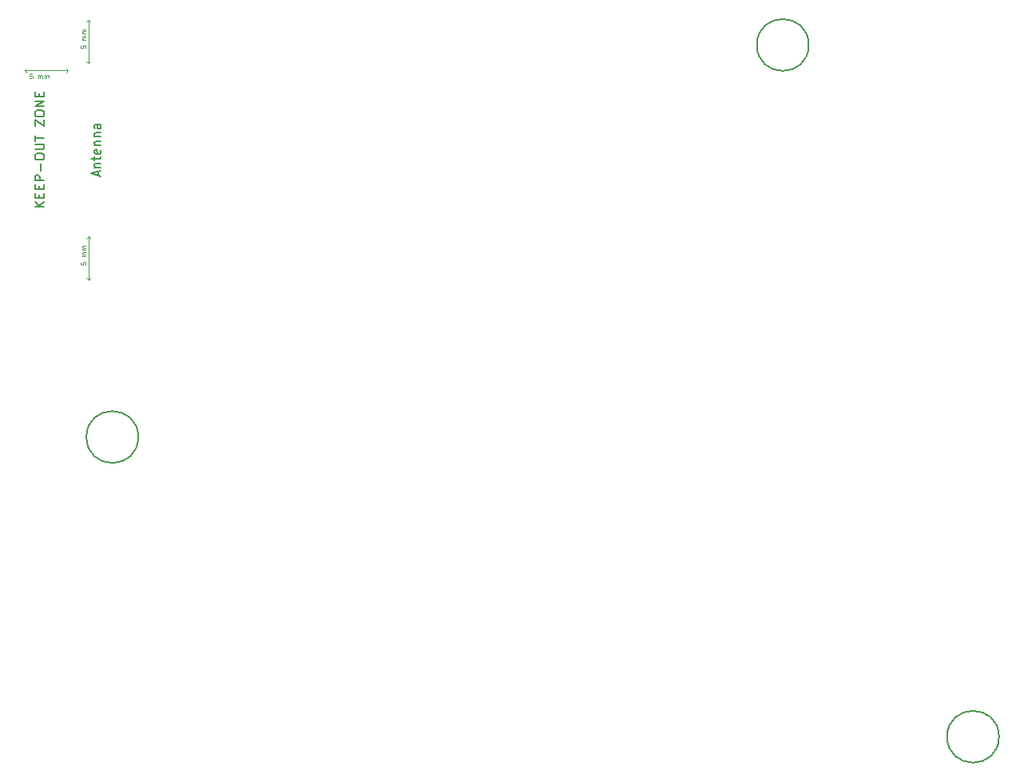
<source format=gbr>
%TF.GenerationSoftware,KiCad,Pcbnew,(6.0.4)*%
%TF.CreationDate,2022-05-20T17:10:54-05:00*%
%TF.ProjectId,Easyrun,45617379-7275-46e2-9e6b-696361645f70,rev?*%
%TF.SameCoordinates,Original*%
%TF.FileFunction,Other,Comment*%
%FSLAX46Y46*%
G04 Gerber Fmt 4.6, Leading zero omitted, Abs format (unit mm)*
G04 Created by KiCad (PCBNEW (6.0.4)) date 2022-05-20 17:10:54*
%MOMM*%
%LPD*%
G01*
G04 APERTURE LIST*
%ADD10C,0.150000*%
%ADD11C,0.100000*%
G04 APERTURE END LIST*
D10*
%TO.C,U1*%
X105388266Y-77483304D02*
X105388266Y-77007114D01*
X105673980Y-77578542D02*
X104673980Y-77245209D01*
X105673980Y-76911876D01*
X105007314Y-76578542D02*
X105673980Y-76578542D01*
X105102552Y-76578542D02*
X105054933Y-76530923D01*
X105007314Y-76435685D01*
X105007314Y-76292828D01*
X105054933Y-76197590D01*
X105150171Y-76149971D01*
X105673980Y-76149971D01*
X105007314Y-75816638D02*
X105007314Y-75435685D01*
X104673980Y-75673780D02*
X105531123Y-75673780D01*
X105626361Y-75626161D01*
X105673980Y-75530923D01*
X105673980Y-75435685D01*
X105626361Y-74721400D02*
X105673980Y-74816638D01*
X105673980Y-75007114D01*
X105626361Y-75102352D01*
X105531123Y-75149971D01*
X105150171Y-75149971D01*
X105054933Y-75102352D01*
X105007314Y-75007114D01*
X105007314Y-74816638D01*
X105054933Y-74721400D01*
X105150171Y-74673780D01*
X105245409Y-74673780D01*
X105340647Y-75149971D01*
X105007314Y-74245209D02*
X105673980Y-74245209D01*
X105102552Y-74245209D02*
X105054933Y-74197590D01*
X105007314Y-74102352D01*
X105007314Y-73959495D01*
X105054933Y-73864257D01*
X105150171Y-73816638D01*
X105673980Y-73816638D01*
X105007314Y-73340447D02*
X105673980Y-73340447D01*
X105102552Y-73340447D02*
X105054933Y-73292828D01*
X105007314Y-73197590D01*
X105007314Y-73054733D01*
X105054933Y-72959495D01*
X105150171Y-72911876D01*
X105673980Y-72911876D01*
X105673980Y-72007114D02*
X105150171Y-72007114D01*
X105054933Y-72054733D01*
X105007314Y-72149971D01*
X105007314Y-72340447D01*
X105054933Y-72435685D01*
X105626361Y-72007114D02*
X105673980Y-72102352D01*
X105673980Y-72340447D01*
X105626361Y-72435685D01*
X105531123Y-72483304D01*
X105435885Y-72483304D01*
X105340647Y-72435685D01*
X105293028Y-72340447D01*
X105293028Y-72102352D01*
X105245409Y-72007114D01*
D11*
X103572790Y-63659495D02*
X103572790Y-63897590D01*
X103810885Y-63921400D01*
X103787076Y-63897590D01*
X103763266Y-63849971D01*
X103763266Y-63730923D01*
X103787076Y-63683304D01*
X103810885Y-63659495D01*
X103858504Y-63635685D01*
X103977552Y-63635685D01*
X104025171Y-63659495D01*
X104048980Y-63683304D01*
X104072790Y-63730923D01*
X104072790Y-63849971D01*
X104048980Y-63897590D01*
X104025171Y-63921400D01*
X104072790Y-63040447D02*
X103739457Y-63040447D01*
X103787076Y-63040447D02*
X103763266Y-63016638D01*
X103739457Y-62969019D01*
X103739457Y-62897590D01*
X103763266Y-62849971D01*
X103810885Y-62826161D01*
X104072790Y-62826161D01*
X103810885Y-62826161D02*
X103763266Y-62802352D01*
X103739457Y-62754733D01*
X103739457Y-62683304D01*
X103763266Y-62635685D01*
X103810885Y-62611876D01*
X104072790Y-62611876D01*
X104072790Y-62373780D02*
X103739457Y-62373780D01*
X103787076Y-62373780D02*
X103763266Y-62349971D01*
X103739457Y-62302352D01*
X103739457Y-62230923D01*
X103763266Y-62183304D01*
X103810885Y-62159495D01*
X104072790Y-62159495D01*
X103810885Y-62159495D02*
X103763266Y-62135685D01*
X103739457Y-62088066D01*
X103739457Y-62016638D01*
X103763266Y-61969019D01*
X103810885Y-61945209D01*
X104072790Y-61945209D01*
D10*
X99673980Y-80792828D02*
X98673980Y-80792828D01*
X99673980Y-80221400D02*
X99102552Y-80649971D01*
X98673980Y-80221400D02*
X99245409Y-80792828D01*
X99150171Y-79792828D02*
X99150171Y-79459495D01*
X99673980Y-79316638D02*
X99673980Y-79792828D01*
X98673980Y-79792828D01*
X98673980Y-79316638D01*
X99150171Y-78888066D02*
X99150171Y-78554733D01*
X99673980Y-78411876D02*
X99673980Y-78888066D01*
X98673980Y-78888066D01*
X98673980Y-78411876D01*
X99673980Y-77983304D02*
X98673980Y-77983304D01*
X98673980Y-77602352D01*
X98721600Y-77507114D01*
X98769219Y-77459495D01*
X98864457Y-77411876D01*
X99007314Y-77411876D01*
X99102552Y-77459495D01*
X99150171Y-77507114D01*
X99197790Y-77602352D01*
X99197790Y-77983304D01*
X99293028Y-76983304D02*
X99293028Y-76221400D01*
X98673980Y-75554733D02*
X98673980Y-75364257D01*
X98721600Y-75269019D01*
X98816838Y-75173780D01*
X99007314Y-75126161D01*
X99340647Y-75126161D01*
X99531123Y-75173780D01*
X99626361Y-75269019D01*
X99673980Y-75364257D01*
X99673980Y-75554733D01*
X99626361Y-75649971D01*
X99531123Y-75745209D01*
X99340647Y-75792828D01*
X99007314Y-75792828D01*
X98816838Y-75745209D01*
X98721600Y-75649971D01*
X98673980Y-75554733D01*
X98673980Y-74697590D02*
X99483504Y-74697590D01*
X99578742Y-74649971D01*
X99626361Y-74602352D01*
X99673980Y-74507114D01*
X99673980Y-74316638D01*
X99626361Y-74221400D01*
X99578742Y-74173780D01*
X99483504Y-74126161D01*
X98673980Y-74126161D01*
X98673980Y-73792828D02*
X98673980Y-73221400D01*
X99673980Y-73507114D02*
X98673980Y-73507114D01*
X98673980Y-72221400D02*
X98673980Y-71554733D01*
X99673980Y-72221400D01*
X99673980Y-71554733D01*
X98673980Y-70983304D02*
X98673980Y-70792828D01*
X98721600Y-70697590D01*
X98816838Y-70602352D01*
X99007314Y-70554733D01*
X99340647Y-70554733D01*
X99531123Y-70602352D01*
X99626361Y-70697590D01*
X99673980Y-70792828D01*
X99673980Y-70983304D01*
X99626361Y-71078542D01*
X99531123Y-71173780D01*
X99340647Y-71221400D01*
X99007314Y-71221400D01*
X98816838Y-71173780D01*
X98721600Y-71078542D01*
X98673980Y-70983304D01*
X99673980Y-70126161D02*
X98673980Y-70126161D01*
X99673980Y-69554733D01*
X98673980Y-69554733D01*
X99150171Y-69078542D02*
X99150171Y-68745209D01*
X99673980Y-68602352D02*
X99673980Y-69078542D01*
X98673980Y-69078542D01*
X98673980Y-68602352D01*
D11*
X103572790Y-86659495D02*
X103572790Y-86897590D01*
X103810885Y-86921400D01*
X103787076Y-86897590D01*
X103763266Y-86849971D01*
X103763266Y-86730923D01*
X103787076Y-86683304D01*
X103810885Y-86659495D01*
X103858504Y-86635685D01*
X103977552Y-86635685D01*
X104025171Y-86659495D01*
X104048980Y-86683304D01*
X104072790Y-86730923D01*
X104072790Y-86849971D01*
X104048980Y-86897590D01*
X104025171Y-86921400D01*
X104072790Y-86040447D02*
X103739457Y-86040447D01*
X103787076Y-86040447D02*
X103763266Y-86016638D01*
X103739457Y-85969019D01*
X103739457Y-85897590D01*
X103763266Y-85849971D01*
X103810885Y-85826161D01*
X104072790Y-85826161D01*
X103810885Y-85826161D02*
X103763266Y-85802352D01*
X103739457Y-85754733D01*
X103739457Y-85683304D01*
X103763266Y-85635685D01*
X103810885Y-85611876D01*
X104072790Y-85611876D01*
X104072790Y-85373780D02*
X103739457Y-85373780D01*
X103787076Y-85373780D02*
X103763266Y-85349971D01*
X103739457Y-85302352D01*
X103739457Y-85230923D01*
X103763266Y-85183304D01*
X103810885Y-85159495D01*
X104072790Y-85159495D01*
X103810885Y-85159495D02*
X103763266Y-85135685D01*
X103739457Y-85088066D01*
X103739457Y-85016638D01*
X103763266Y-84969019D01*
X103810885Y-84945209D01*
X104072790Y-84945209D01*
X98408504Y-66647590D02*
X98170409Y-66647590D01*
X98146600Y-66885685D01*
X98170409Y-66861876D01*
X98218028Y-66838066D01*
X98337076Y-66838066D01*
X98384695Y-66861876D01*
X98408504Y-66885685D01*
X98432314Y-66933304D01*
X98432314Y-67052352D01*
X98408504Y-67099971D01*
X98384695Y-67123780D01*
X98337076Y-67147590D01*
X98218028Y-67147590D01*
X98170409Y-67123780D01*
X98146600Y-67099971D01*
X99027552Y-67147590D02*
X99027552Y-66814257D01*
X99027552Y-66861876D02*
X99051361Y-66838066D01*
X99098980Y-66814257D01*
X99170409Y-66814257D01*
X99218028Y-66838066D01*
X99241838Y-66885685D01*
X99241838Y-67147590D01*
X99241838Y-66885685D02*
X99265647Y-66838066D01*
X99313266Y-66814257D01*
X99384695Y-66814257D01*
X99432314Y-66838066D01*
X99456123Y-66885685D01*
X99456123Y-67147590D01*
X99694219Y-67147590D02*
X99694219Y-66814257D01*
X99694219Y-66861876D02*
X99718028Y-66838066D01*
X99765647Y-66814257D01*
X99837076Y-66814257D01*
X99884695Y-66838066D01*
X99908504Y-66885685D01*
X99908504Y-67147590D01*
X99908504Y-66885685D02*
X99932314Y-66838066D01*
X99979933Y-66814257D01*
X100051361Y-66814257D01*
X100098980Y-66838066D01*
X100122790Y-66885685D01*
X100122790Y-67147590D01*
D10*
%TO.C,REF\u002A\u002A*%
X200880000Y-137002200D02*
G75*
G03*
X200880000Y-137002200I-2750000J0D01*
G01*
X180712400Y-63600000D02*
G75*
G03*
X180712400Y-63600000I-2750000J0D01*
G01*
D11*
%TO.C,U1*%
X104346600Y-88521400D02*
X104146600Y-88321400D01*
X104346600Y-83921400D02*
X104146600Y-84121400D01*
X97621600Y-66321400D02*
X97821600Y-66121400D01*
X104346600Y-88521400D02*
X104346600Y-83921400D01*
X102221600Y-66321400D02*
X102021600Y-66521400D01*
X104346600Y-88521400D02*
X104546600Y-88321400D01*
X104346600Y-60921400D02*
X104146600Y-61121400D01*
X104346600Y-60921400D02*
X104546600Y-61121400D01*
X104346600Y-65521400D02*
X104546600Y-65321400D01*
X104346600Y-65521400D02*
X104146600Y-65321400D01*
X102221600Y-66321400D02*
X97621600Y-66321400D01*
X104346600Y-83921400D02*
X104546600Y-84121400D01*
X97621600Y-66321400D02*
X97821600Y-66521400D01*
X104346600Y-65521400D02*
X104346600Y-60921400D01*
X102221600Y-66321400D02*
X102021600Y-66121400D01*
D10*
%TO.C,REF\u002A\u002A*%
X109643200Y-105201400D02*
G75*
G03*
X109643200Y-105201400I-2750000J0D01*
G01*
%TD*%
M02*

</source>
